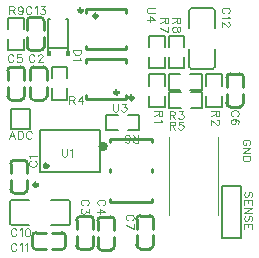
<source format=gto>
G04 Layer: TopSilkscreenLayer*
G04 EasyEDA Pro v1.9.26, 2022-12-23 16:49:17*
G04 Gerber Generator version 0.3*
G04 Scale: 100 percent, Rotated: No, Reflected: No*
G04 Dimensions in millimeters*
G04 Leading zeros omitted, absolute positions, 3 integers and 3 decimals*
%FSLAX33Y33*%
%MOMM*%
%ADD10C,0.1*%
%ADD11C,0.125001*%
%ADD12C,0.254*%
%ADD13C,0.1524*%
%ADD14C,0.0254*%
%ADD15C,0.299999*%
%ADD16C,0.4044*%
%ADD17C,0.399999*%
G75*


G04 Text Start*
G04 //text: GND*
G54D10*
G01X22233Y-11313D02*
G01X22294Y-11283D01*
G01X22357Y-11219D01*
G01X22388Y-11158D01*
G01Y-11034D01*
G01X22357Y-10970D01*
G01X22294Y-10907D01*
G01X22233Y-10876D01*
G01X22139Y-10846D01*
G01X21981D01*
G01X21887Y-10876D01*
G01X21826Y-10907D01*
G01X21763Y-10970D01*
G01X21732Y-11034D01*
G01Y-11158D01*
G01X21763Y-11219D01*
G01X21826Y-11283D01*
G01X21887Y-11313D01*
G01X21981D01*
G01X21981Y-11158D02*
G01X21981Y-11313D01*
G01X22388Y-11565D02*
G01X21732Y-11565D01*
G01X22388Y-11565D02*
G01X21732Y-12001D01*
G01X22388Y-12001D02*
G01X21732Y-12001D01*
G01X22388Y-12250D02*
G01X21732Y-12250D01*
G01X22388Y-12250D02*
G01X22388Y-12469D01*
G01X22357Y-12563D01*
G01X22294Y-12626D01*
G01X22233Y-12657D01*
G01X22139Y-12690D01*
G01X21981D01*
G01X21887Y-12657D01*
G01X21826Y-12626D01*
G01X21763Y-12563D01*
G01X21732Y-12469D01*
G01Y-12250D01*
G04 //text: SENSE*
G01X22421Y-15728D02*
G01X22484Y-15664D01*
G01X22515Y-15570D01*
G01Y-15446D01*
G01X22484Y-15352D01*
G01X22421Y-15291D01*
G01X22360D01*
G01X22296Y-15321D01*
G01X22266Y-15352D01*
G01X22233Y-15415D01*
G01X22172Y-15603D01*
G01X22141Y-15664D01*
G01X22108Y-15697D01*
G01X22047Y-15728D01*
G01X21953D01*
G01X21890Y-15664D01*
G01X21859Y-15570D01*
G01Y-15446D01*
G01X21890Y-15352D01*
G01X21953Y-15291D01*
G01X22515Y-15977D02*
G01X21859Y-15977D01*
G01X22515Y-15977D02*
G01X22515Y-16383D01*
G01X22202Y-15977D02*
G01X22202Y-16228D01*
G01X21859Y-15977D02*
G01X21859Y-16383D01*
G01X22515Y-16634D02*
G01X21859Y-16634D01*
G01X22515Y-16634D02*
G01X21859Y-17071D01*
G01X22515Y-17071D02*
G01X21859Y-17071D01*
G01X22421Y-17760D02*
G01X22484Y-17696D01*
G01X22515Y-17602D01*
G01Y-17478D01*
G01X22484Y-17384D01*
G01X22421Y-17320D01*
G01X22360D01*
G01X22296Y-17353D01*
G01X22266Y-17384D01*
G01X22233Y-17447D01*
G01X22172Y-17633D01*
G01X22141Y-17696D01*
G01X22108Y-17727D01*
G01X22047Y-17760D01*
G01X21953D01*
G01X21890Y-17696D01*
G01X21859Y-17602D01*
G01Y-17478D01*
G01X21890Y-17384D01*
G01X21953Y-17320D01*
G01X22515Y-18009D02*
G01X21859Y-18009D01*
G01X22515Y-18009D02*
G01X22515Y-18415D01*
G01X22202Y-18009D02*
G01X22202Y-18258D01*
G01X21859Y-18009D02*
G01X21859Y-18415D01*
G04 //text: ADC*
G01X2205Y-10124D02*
G01X1956Y-10780D01*
G01X2205Y-10124D02*
G01X2456Y-10780D01*
G01X2050Y-10561D02*
G01X2362Y-10561D01*
G01X2705Y-10124D02*
G01X2705Y-10780D01*
G01X2705Y-10124D02*
G01X2924Y-10124D01*
G01X3018Y-10155D01*
G01X3081Y-10218D01*
G01X3112Y-10279D01*
G01X3142Y-10373D01*
G01Y-10531D01*
G01X3112Y-10625D01*
G01X3081Y-10686D01*
G01X3018Y-10749D01*
G01X2924Y-10780D01*
G01X2705D01*
G01X3861Y-10279D02*
G01X3830Y-10218D01*
G01X3767Y-10155D01*
G01X3706Y-10124D01*
G01X3579D01*
G01X3518Y-10155D01*
G01X3454Y-10218D01*
G01X3424Y-10279D01*
G01X3393Y-10373D01*
G01Y-10531D01*
G01X3424Y-10625D01*
G01X3454Y-10686D01*
G01X3518Y-10749D01*
G01X3579Y-10780D01*
G01X3706D01*
G01X3767Y-10749D01*
G01X3830Y-10686D01*
G01X3861Y-10625D01*
G04 //text: C11*
G54D11*
G01X2570Y-19782D02*
G01X2537Y-19718D01*
G01X2474Y-19655D01*
G01X2410Y-19624D01*
G01X2286D01*
G01X2223Y-19655D01*
G01X2159Y-19718D01*
G01X2126Y-19782D01*
G01X2096Y-19878D01*
G01Y-20036D01*
G01X2126Y-20132D01*
G01X2159Y-20196D01*
G01X2223Y-20256D01*
G01X2286Y-20290D01*
G01X2410D01*
G01X2474Y-20256D01*
G01X2537Y-20196D01*
G01X2570Y-20132D01*
G01X2847Y-19751D02*
G01X2911Y-19718D01*
G01X3007Y-19624D01*
G01Y-20290D01*
G01X3284Y-19751D02*
G01X3348Y-19718D01*
G01X3442Y-19624D01*
G01Y-20290D01*
G04 //text: U1*
G01X6414Y-11623D02*
G01X6414Y-12098D01*
G01X6444Y-12195D01*
G01X6507Y-12255D01*
G01X6604Y-12289D01*
G01X6668D01*
G01X6761Y-12255D01*
G01X6825Y-12195D01*
G01X6855Y-12098D01*
G01Y-11623D01*
G01X7135Y-11750D02*
G01X7198Y-11717D01*
G01X7292Y-11623D01*
G01Y-12289D01*
G04 //text: C1*
G01X3780Y-12670D02*
G01X3716Y-12703D01*
G01X3653Y-12766D01*
G01X3622Y-12830D01*
G01Y-12954D01*
G01X3653Y-13017D01*
G01X3716Y-13081D01*
G01X3780Y-13114D01*
G01X3876Y-13144D01*
G01X4034D01*
G01X4130Y-13114D01*
G01X4194Y-13081D01*
G01X4255Y-13017D01*
G01X4288Y-12954D01*
G01Y-12830D01*
G01X4255Y-12766D01*
G01X4194Y-12703D01*
G01X4130Y-12670D01*
G01X3749Y-12393D02*
G01X3716Y-12329D01*
G01X3622Y-12233D01*
G01X4288D01*
G04 //text: C4*
G01X9936Y-16413D02*
G01X10000Y-16380D01*
G01X10063Y-16317D01*
G01X10094Y-16253D01*
G01Y-16129D01*
G01X10063Y-16065D01*
G01X10000Y-16002D01*
G01X9936Y-15969D01*
G01X9840Y-15938D01*
G01X9682D01*
G01X9586Y-15969D01*
G01X9522Y-16002D01*
G01X9462Y-16065D01*
G01X9428Y-16129D01*
G01Y-16253D01*
G01X9462Y-16317D01*
G01X9522Y-16380D01*
G01X9586Y-16413D01*
G01X10094Y-17008D02*
G01X9649Y-16690D01*
G01Y-17165D01*
G01X10094Y-17008D02*
G01X9428Y-17008D01*
G04 //text: C7*
G01X12349Y-17683D02*
G01X12413Y-17650D01*
G01X12476Y-17587D01*
G01X12507Y-17523D01*
G01Y-17399D01*
G01X12476Y-17335D01*
G01X12413Y-17272D01*
G01X12349Y-17239D01*
G01X12253Y-17208D01*
G01X12095D01*
G01X11999Y-17239D01*
G01X11935Y-17272D01*
G01X11875Y-17335D01*
G01X11841Y-17399D01*
G01Y-17523D01*
G01X11875Y-17587D01*
G01X11935Y-17650D01*
G01X11999Y-17683D01*
G01X12507Y-18405D02*
G01X11841Y-18087D01*
G01X12507Y-17960D02*
G01X12507Y-18405D01*
G04 //text: R6*
G01X12891Y-11110D02*
G01X12891Y-10444D01*
G01X12891Y-11110D02*
G01X12606Y-11110D01*
G01X12512Y-11079D01*
G01X12479Y-11046D01*
G01X12449Y-10983D01*
G01Y-10919D01*
G01X12479Y-10856D01*
G01X12512Y-10825D01*
G01X12606Y-10792D01*
G01X12891D01*
G01X12670Y-10792D02*
G01X12449Y-10444D01*
G01X11791Y-11016D02*
G01X11821Y-11079D01*
G01X11918Y-11110D01*
G01X11979D01*
G01X12075Y-11079D01*
G01X12139Y-10983D01*
G01X12169Y-10825D01*
G01Y-10665D01*
G01X12139Y-10538D01*
G01X12075Y-10477D01*
G01X11979Y-10444D01*
G01X11948D01*
G01X11854Y-10477D01*
G01X11791Y-10538D01*
G01X11758Y-10635D01*
G01Y-10665D01*
G01X11791Y-10762D01*
G01X11854Y-10825D01*
G01X11948Y-10856D01*
G01X11979D01*
G01X12075Y-10825D01*
G01X12139Y-10762D01*
G01X12169Y-10665D01*
G04 //text: C2*
G01X4094Y-3780D02*
G01X4061Y-3716D01*
G01X3998Y-3653D01*
G01X3934Y-3622D01*
G01X3810D01*
G01X3747Y-3653D01*
G01X3683Y-3716D01*
G01X3650Y-3780D01*
G01X3620Y-3876D01*
G01Y-4034D01*
G01X3650Y-4130D01*
G01X3683Y-4194D01*
G01X3747Y-4254D01*
G01X3810Y-4288D01*
G01X3934D01*
G01X3998Y-4254D01*
G01X4061Y-4194D01*
G01X4094Y-4130D01*
G01X4404Y-3780D02*
G01X4404Y-3749D01*
G01X4435Y-3686D01*
G01X4468Y-3653D01*
G01X4531Y-3622D01*
G01X4656D01*
G01X4719Y-3653D01*
G01X4752Y-3686D01*
G01X4783Y-3749D01*
G01Y-3813D01*
G01X4752Y-3876D01*
G01X4689Y-3970D01*
G01X4371Y-4288D01*
G01X4816D01*
G04 //text: R4*
G01X7049Y-7178D02*
G01X7049Y-7844D01*
G01X7049Y-7178D02*
G01X7333Y-7178D01*
G01X7427Y-7209D01*
G01X7460Y-7242D01*
G01X7490Y-7305D01*
G01Y-7369D01*
G01X7460Y-7432D01*
G01X7427Y-7463D01*
G01X7333Y-7496D01*
G01X7049D01*
G01X7269Y-7496D02*
G01X7490Y-7844D01*
G01X8085Y-7178D02*
G01X7770Y-7623D01*
G01X8245D01*
G01X8085Y-7178D02*
G01X8085Y-7844D01*
G04 //text: R2*
G01X19746Y-8445D02*
G01X19080Y-8445D01*
G01X19746Y-8445D02*
G01X19746Y-8730D01*
G01X19715Y-8824D01*
G01X19682Y-8857D01*
G01X19619Y-8887D01*
G01X19555D01*
G01X19492Y-8857D01*
G01X19461Y-8824D01*
G01X19428Y-8730D01*
G01Y-8445D01*
G01X19428Y-8666D02*
G01X19080Y-8887D01*
G01X19588Y-9197D02*
G01X19619Y-9197D01*
G01X19682Y-9230D01*
G01X19715Y-9261D01*
G01X19746Y-9324D01*
G01Y-9451D01*
G01X19715Y-9515D01*
G01X19682Y-9545D01*
G01X19619Y-9578D01*
G01X19555D01*
G01X19492Y-9545D01*
G01X19398Y-9482D01*
G01X19080Y-9167D01*
G01Y-9609D01*
G04 //text: D1*
G01X8062Y-3238D02*
G01X7396Y-3238D01*
G01X8062Y-3238D02*
G01X8062Y-3459D01*
G01X8031Y-3553D01*
G01X7968Y-3617D01*
G01X7904Y-3650D01*
G01X7808Y-3680D01*
G01X7650D01*
G01X7554Y-3650D01*
G01X7490Y-3617D01*
G01X7430Y-3553D01*
G01X7396Y-3459D01*
G01Y-3238D01*
G01X7935Y-3960D02*
G01X7968Y-4023D01*
G01X8062Y-4117D01*
G01X7396D01*
G04 //text: R9*
G01X1969Y442D02*
G01X1969Y-224D01*
G01X1969Y442D02*
G01X2253Y442D01*
G01X2347Y411D01*
G01X2380Y378D01*
G01X2410Y315D01*
G01Y251D01*
G01X2380Y188D01*
G01X2347Y157D01*
G01X2253Y124D01*
G01X1969D01*
G01X2189Y124D02*
G01X2410Y-224D01*
G01X3101Y221D02*
G01X3068Y124D01*
G01X3005Y61D01*
G01X2911Y30D01*
G01X2880D01*
G01X2784Y61D01*
G01X2720Y124D01*
G01X2690Y221D01*
G01Y251D01*
G01X2720Y348D01*
G01X2784Y411D01*
G01X2880Y442D01*
G01X2911D01*
G01X3005Y411D01*
G01X3068Y348D01*
G01X3101Y221D01*
G01Y61D01*
G01X3068Y-97D01*
G01X3005Y-190D01*
G01X2911Y-224D01*
G01X2847D01*
G01X2753Y-190D01*
G01X2720Y-130D01*
G04 //text: C3*
G01X8539Y-16413D02*
G01X8603Y-16380D01*
G01X8666Y-16317D01*
G01X8697Y-16253D01*
G01Y-16129D01*
G01X8666Y-16065D01*
G01X8603Y-16002D01*
G01X8539Y-15969D01*
G01X8443Y-15938D01*
G01X8285D01*
G01X8189Y-15969D01*
G01X8125Y-16002D01*
G01X8065Y-16065D01*
G01X8031Y-16129D01*
G01Y-16253D01*
G01X8065Y-16317D01*
G01X8125Y-16380D01*
G01X8189Y-16413D01*
G01X8697Y-16754D02*
G01X8697Y-17102D01*
G01X8443Y-16911D01*
G01Y-17008D01*
G01X8412Y-17071D01*
G01X8379Y-17102D01*
G01X8285Y-17135D01*
G01X8222D01*
G01X8125Y-17102D01*
G01X8065Y-17038D01*
G01X8031Y-16944D01*
G01Y-16850D01*
G01X8065Y-16754D01*
G01X8095Y-16723D01*
G01X8158Y-16690D01*
G04 //text: C12*
G01X20477Y-157D02*
G01X20541Y-124D01*
G01X20604Y-61D01*
G01X20635Y3D01*
G01Y127D01*
G01X20604Y191D01*
G01X20541Y254D01*
G01X20477Y287D01*
G01X20381Y318D01*
G01X20223D01*
G01X20127Y287D01*
G01X20063Y254D01*
G01X20003Y191D01*
G01X19969Y127D01*
G01Y3D01*
G01X20003Y-61D01*
G01X20063Y-124D01*
G01X20127Y-157D01*
G01X20508Y-434D02*
G01X20541Y-498D01*
G01X20635Y-594D01*
G01X19969D01*
G01X20477Y-902D02*
G01X20508Y-902D01*
G01X20571Y-935D01*
G01X20604Y-965D01*
G01X20635Y-1029D01*
G01Y-1156D01*
G01X20604Y-1219D01*
G01X20571Y-1252D01*
G01X20508Y-1283D01*
G01X20444D01*
G01X20381Y-1252D01*
G01X20287Y-1189D01*
G01X19969Y-871D01*
G01Y-1313D01*
G04 //text: C10*
G01X2570Y-18512D02*
G01X2537Y-18448D01*
G01X2474Y-18385D01*
G01X2410Y-18354D01*
G01X2286D01*
G01X2223Y-18385D01*
G01X2159Y-18448D01*
G01X2126Y-18512D01*
G01X2096Y-18608D01*
G01Y-18766D01*
G01X2126Y-18862D01*
G01X2159Y-18926D01*
G01X2223Y-18986D01*
G01X2286Y-19020D01*
G01X2410D01*
G01X2474Y-18986D01*
G01X2537Y-18926D01*
G01X2570Y-18862D01*
G01X2847Y-18481D02*
G01X2911Y-18448D01*
G01X3007Y-18354D01*
G01Y-19020D01*
G01X3475Y-18354D02*
G01X3378Y-18385D01*
G01X3315Y-18481D01*
G01X3284Y-18639D01*
G01Y-18735D01*
G01X3315Y-18893D01*
G01X3378Y-18986D01*
G01X3475Y-19020D01*
G01X3538D01*
G01X3632Y-18986D01*
G01X3696Y-18893D01*
G01X3726Y-18735D01*
G01Y-18639D01*
G01X3696Y-18481D01*
G01X3632Y-18385D01*
G01X3538Y-18354D01*
G01X3475D01*
G04 //text: R1*
G01X14920Y-8445D02*
G01X14254Y-8445D01*
G01X14920Y-8445D02*
G01X14920Y-8730D01*
G01X14889Y-8824D01*
G01X14856Y-8857D01*
G01X14793Y-8887D01*
G01X14729D01*
G01X14666Y-8857D01*
G01X14635Y-8824D01*
G01X14602Y-8730D01*
G01Y-8445D01*
G01X14602Y-8666D02*
G01X14254Y-8887D01*
G01X14793Y-9167D02*
G01X14826Y-9230D01*
G01X14920Y-9324D01*
G01X14254D01*
G04 //text: R5*
G01X15558Y-9337D02*
G01X15558Y-10003D01*
G01X15558Y-9337D02*
G01X15842Y-9337D01*
G01X15936Y-9368D01*
G01X15969Y-9401D01*
G01X15999Y-9464D01*
G01Y-9528D01*
G01X15969Y-9591D01*
G01X15936Y-9622D01*
G01X15842Y-9655D01*
G01X15558D01*
G01X15778Y-9655D02*
G01X15999Y-10003D01*
G01X16657Y-9337D02*
G01X16342Y-9337D01*
G01X16309Y-9622D01*
G01X16342Y-9591D01*
G01X16436Y-9558D01*
G01X16530D01*
G01X16627Y-9591D01*
G01X16690Y-9655D01*
G01X16721Y-9749D01*
G01Y-9812D01*
G01X16690Y-9909D01*
G01X16627Y-9969D01*
G01X16530Y-10003D01*
G01X16436D01*
G01X16342Y-9969D01*
G01X16309Y-9939D01*
G01X16279Y-9876D01*
G04 //text: U4*
G01X14285Y318D02*
G01X13810Y318D01*
G01X13713Y287D01*
G01X13653Y224D01*
G01X13619Y127D01*
G01Y64D01*
G01X13653Y-30D01*
G01X13713Y-94D01*
G01X13810Y-124D01*
G01X14285D01*
G01X14285Y-719D02*
G01X13840Y-404D01*
G01Y-879D01*
G01X14285Y-719D02*
G01X13619Y-719D01*
G04 //text: U3*
G01X10732Y-7813D02*
G01X10732Y-8288D01*
G01X10762Y-8385D01*
G01X10825Y-8445D01*
G01X10922Y-8479D01*
G01X10986D01*
G01X11079Y-8445D01*
G01X11143Y-8385D01*
G01X11173Y-8288D01*
G01Y-7813D01*
G01X11516Y-7813D02*
G01X11864Y-7813D01*
G01X11674Y-8067D01*
G01X11768D01*
G01X11831Y-8098D01*
G01X11864Y-8131D01*
G01X11895Y-8225D01*
G01Y-8288D01*
G01X11864Y-8385D01*
G01X11801Y-8445D01*
G01X11704Y-8479D01*
G01X11610D01*
G01X11516Y-8445D01*
G01X11483Y-8415D01*
G01X11453Y-8352D01*
G04 //text: C13*
G01X3840Y284D02*
G01X3807Y348D01*
G01X3744Y411D01*
G01X3680Y442D01*
G01X3556D01*
G01X3493Y411D01*
G01X3429Y348D01*
G01X3396Y284D01*
G01X3366Y188D01*
G01Y30D01*
G01X3396Y-66D01*
G01X3429Y-130D01*
G01X3493Y-190D01*
G01X3556Y-224D01*
G01X3680D01*
G01X3744Y-190D01*
G01X3807Y-130D01*
G01X3840Y-66D01*
G01X4117Y315D02*
G01X4181Y348D01*
G01X4277Y442D01*
G01Y-224D01*
G01X4618Y442D02*
G01X4966Y442D01*
G01X4775Y188D01*
G01X4872D01*
G01X4935Y157D01*
G01X4966Y124D01*
G01X4996Y30D01*
G01Y-33D01*
G01X4966Y-130D01*
G01X4902Y-190D01*
G01X4808Y-224D01*
G01X4712D01*
G01X4618Y-190D01*
G01X4585Y-160D01*
G01X4554Y-97D01*
G04 //text: R3*
G01X15558Y-8448D02*
G01X15558Y-9114D01*
G01X15558Y-8448D02*
G01X15842Y-8448D01*
G01X15936Y-8479D01*
G01X15969Y-8512D01*
G01X15999Y-8575D01*
G01Y-8639D01*
G01X15969Y-8702D01*
G01X15936Y-8733D01*
G01X15842Y-8766D01*
G01X15558D01*
G01X15778Y-8766D02*
G01X15999Y-9114D01*
G01X16342Y-8448D02*
G01X16690Y-8448D01*
G01X16500Y-8702D01*
G01X16594D01*
G01X16657Y-8733D01*
G01X16690Y-8766D01*
G01X16721Y-8860D01*
G01Y-8923D01*
G01X16690Y-9020D01*
G01X16627Y-9080D01*
G01X16530Y-9114D01*
G01X16436D01*
G01X16342Y-9080D01*
G01X16309Y-9050D01*
G01X16279Y-8987D01*
G04 //text: C6*
G01X21239Y-8855D02*
G01X21303Y-8822D01*
G01X21366Y-8759D01*
G01X21397Y-8695D01*
G01Y-8571D01*
G01X21366Y-8507D01*
G01X21303Y-8444D01*
G01X21239Y-8411D01*
G01X21143Y-8380D01*
G01X20985D01*
G01X20889Y-8411D01*
G01X20825Y-8444D01*
G01X20765Y-8507D01*
G01X20731Y-8571D01*
G01Y-8695D01*
G01X20765Y-8759D01*
G01X20825Y-8822D01*
G01X20889Y-8855D01*
G01X21303Y-9513D02*
G01X21366Y-9480D01*
G01X21397Y-9386D01*
G01Y-9323D01*
G01X21366Y-9229D01*
G01X21270Y-9165D01*
G01X21112Y-9132D01*
G01X20952D01*
G01X20825Y-9165D01*
G01X20765Y-9229D01*
G01X20731Y-9323D01*
G01Y-9353D01*
G01X20765Y-9450D01*
G01X20825Y-9513D01*
G01X20922Y-9544D01*
G01X20952D01*
G01X21049Y-9513D01*
G01X21112Y-9450D01*
G01X21143Y-9353D01*
G01Y-9323D01*
G01X21112Y-9229D01*
G01X21049Y-9165D01*
G01X20952Y-9132D01*
G04 //text: R8*
G01X16444Y-571D02*
G01X15778Y-571D01*
G01X16444Y-571D02*
G01X16444Y-856D01*
G01X16413Y-950D01*
G01X16380Y-983D01*
G01X16317Y-1013D01*
G01X16253D01*
G01X16190Y-983D01*
G01X16159Y-950D01*
G01X16126Y-856D01*
G01Y-571D01*
G01X16126Y-792D02*
G01X15778Y-1013D01*
G01X16444Y-1450D02*
G01X16413Y-1356D01*
G01X16350Y-1323D01*
G01X16286D01*
G01X16223Y-1356D01*
G01X16190Y-1420D01*
G01X16159Y-1544D01*
G01X16126Y-1641D01*
G01X16063Y-1704D01*
G01X15999Y-1735D01*
G01X15905D01*
G01X15842Y-1704D01*
G01X15812Y-1671D01*
G01X15778Y-1577D01*
G01Y-1450D01*
G01X15812Y-1356D01*
G01X15842Y-1323D01*
G01X15905Y-1293D01*
G01X15999D01*
G01X16063Y-1323D01*
G01X16126Y-1387D01*
G01X16159Y-1483D01*
G01X16190Y-1608D01*
G01X16223Y-1671D01*
G01X16286Y-1704D01*
G01X16350D01*
G01X16413Y-1671D01*
G01X16444Y-1577D01*
G01Y-1450D01*
G04 //text: R7*
G01X15428Y-571D02*
G01X14762Y-571D01*
G01X15428Y-571D02*
G01X15428Y-856D01*
G01X15397Y-950D01*
G01X15364Y-983D01*
G01X15301Y-1013D01*
G01X15237D01*
G01X15174Y-983D01*
G01X15143Y-950D01*
G01X15110Y-856D01*
G01Y-571D01*
G01X15110Y-792D02*
G01X14762Y-1013D01*
G01X15428Y-1735D02*
G01X14762Y-1420D01*
G01X15428Y-1293D02*
G01X15428Y-1735D01*
G04 //text: C5*
G01X2316Y-3780D02*
G01X2283Y-3716D01*
G01X2220Y-3653D01*
G01X2156Y-3622D01*
G01X2032D01*
G01X1969Y-3653D01*
G01X1905Y-3716D01*
G01X1872Y-3780D01*
G01X1842Y-3876D01*
G01Y-4034D01*
G01X1872Y-4130D01*
G01X1905Y-4194D01*
G01X1969Y-4254D01*
G01X2032Y-4288D01*
G01X2156D01*
G01X2220Y-4254D01*
G01X2283Y-4194D01*
G01X2316Y-4130D01*
G01X2974Y-3622D02*
G01X2657Y-3622D01*
G01X2626Y-3907D01*
G01X2657Y-3876D01*
G01X2753Y-3843D01*
G01X2847D01*
G01X2941Y-3876D01*
G01X3005Y-3940D01*
G01X3038Y-4034D01*
G01Y-4097D01*
G01X3005Y-4194D01*
G01X2941Y-4254D01*
G01X2847Y-4288D01*
G01X2753D01*
G01X2657Y-4254D01*
G01X2626Y-4224D01*
G01X2593Y-4161D01*
G04 Text End*

G04 PolygonModel Start*
G54D12*
G01X6724Y-19031D02*
G01X6724Y-19831D01*
G01X5614Y-18721D02*
G01X6414Y-18721D01*
G01X5614Y-20141D02*
G01X6414Y-20141D01*
G01X5038Y-18716D02*
G01X4238Y-18716D01*
G01X3929Y-19025D02*
G01X3929Y-19825D01*
G01X5038Y-20135D02*
G01X4238Y-20135D01*
G01X3928Y-19025D02*
G02X4238Y-18716I310J0D01*
G01X4238Y-20135D02*
G02X3928Y-19825I-0J310D01*
G01X6414Y-18721D02*
G02X6724Y-19031I0J-310D01*
G01X6724Y-19831D02*
G02X6414Y-20141I-310J0D01*
G54D13*
G01X4536Y-13582D02*
G01X4536Y-10039D01*
G01X4536Y-10039D02*
G01X9688Y-10039D01*
G01X9688Y-10039D02*
G01X9688Y-13582D01*
G01X9688Y-13582D02*
G01X4536Y-13582D01*
G54D12*
G01X2394Y-12580D02*
G01X3194Y-12580D01*
G01X2084Y-13690D02*
G01X2084Y-12890D01*
G01X3504Y-13690D02*
G01X3504Y-12890D01*
G01X2079Y-14266D02*
G01X2079Y-15066D01*
G01X2388Y-15375D02*
G01X3188Y-15375D01*
G01X3498Y-14266D02*
G01X3498Y-15066D01*
G01X2388Y-15376D02*
G02X2079Y-15066I0J310D01*
G01X3498Y-15066D02*
G02X3188Y-15376I-310J-0D01*
G01X2084Y-12890D02*
G02X2394Y-12580I310J0D01*
G01X3194Y-12580D02*
G02X3504Y-12890I0J-310D01*
G01X10560Y-20186D02*
G01X9760Y-20186D01*
G01X10870Y-19076D02*
G01X10870Y-19876D01*
G01X9450Y-19076D02*
G01X9450Y-19876D01*
G01X10875Y-18500D02*
G01X10875Y-17700D01*
G01X10566Y-17391D02*
G01X9766Y-17391D01*
G01X9456Y-18500D02*
G01X9456Y-17700D01*
G01X10566Y-17390D02*
G02X10875Y-17700I0J-310D01*
G01X9456Y-17700D02*
G02X9766Y-17390I310J0D01*
G01X10870Y-19876D02*
G02X10560Y-20186I-310J-0D01*
G01X9760Y-20186D02*
G02X9450Y-19876I0J310D01*
G01X13062Y-17279D02*
G01X13862Y-17279D01*
G01X12752Y-18389D02*
G01X12752Y-17589D01*
G01X14172Y-18389D02*
G01X14172Y-17589D01*
G01X12747Y-18965D02*
G01X12747Y-19765D01*
G01X13056Y-20074D02*
G01X13856Y-20074D01*
G01X14166Y-18965D02*
G01X14166Y-19765D01*
G01X13056Y-20075D02*
G02X12747Y-19765I0J310D01*
G01X14166Y-19765D02*
G02X13856Y-20075I-310J-0D01*
G01X12752Y-17589D02*
G02X13062Y-17279I310J0D01*
G01X13862Y-17279D02*
G02X14172Y-17589I0J-310D01*
G54D13*
G01X11131Y-8737D02*
G01X10172Y-8737D01*
G01X10172Y-8737D02*
G01X10172Y-10059D01*
G01X10172Y-10059D02*
G01X11131Y-10059D01*
G01X11983Y-8737D02*
G01X12942Y-8737D01*
G01X12942Y-8737D02*
G01X12942Y-10059D01*
G01X12942Y-10059D02*
G01X11983Y-10059D01*
G54D12*
G01X10490Y-11075D02*
G01X10490Y-10813D01*
G01X10490Y-10813D02*
G01X10744Y-10813D01*
G01X10490Y-13615D02*
G01X10490Y-13309D01*
G01X14046Y-15863D02*
G01X14046Y-16147D01*
G01X14046Y-16147D02*
G01X10490Y-16147D01*
G01X10490Y-16147D02*
G01X10490Y-15849D01*
G01X14046Y-13323D02*
G01X14046Y-13601D01*
G01X10744Y-10813D02*
G01X14046Y-10813D01*
G01X14046Y-10813D02*
G01X14046Y-11061D01*
G01X4845Y-7486D02*
G01X4045Y-7486D01*
G01X5155Y-6376D02*
G01X5155Y-7176D01*
G01X3735Y-6376D02*
G01X3735Y-7176D01*
G01X5160Y-5800D02*
G01X5160Y-5000D01*
G01X4851Y-4691D02*
G01X4051Y-4691D01*
G01X3741Y-5800D02*
G01X3741Y-5000D01*
G01X4851Y-4690D02*
G02X5160Y-5000I0J-310D01*
G01X3741Y-5000D02*
G02X4051Y-4690I310J0D01*
G01X5155Y-7176D02*
G02X4845Y-7486I-310J-0D01*
G01X4045Y-7486D02*
G02X3735Y-7176I0J310D01*
G54D13*
G01X6884Y-5670D02*
G01X6884Y-4711D01*
G01X6884Y-4711D02*
G01X5562Y-4711D01*
G01X5562Y-4711D02*
G01X5562Y-5670D01*
G01X6884Y-6522D02*
G01X6884Y-7481D01*
G01X6884Y-7481D02*
G01X5562Y-7481D01*
G01X5562Y-7481D02*
G01X5562Y-6522D01*
G01X19965Y-6296D02*
G01X19965Y-5337D01*
G01X19965Y-5337D02*
G01X18643Y-5337D01*
G01X18643Y-5337D02*
G01X18643Y-6296D01*
G01X19965Y-7149D02*
G01X19965Y-8107D01*
G01X19965Y-8107D02*
G01X18643Y-8107D01*
G01X18643Y-8107D02*
G01X18643Y-7149D01*
G01X5230Y-3438D02*
G01X5230Y-626D01*
G01X5230Y-626D02*
G01X5398Y-626D01*
G01X6962Y-3438D02*
G01X6962Y-626D01*
G01X6962Y-626D02*
G01X6794Y-626D01*
G01X5230Y-3081D02*
G01X6962Y-3081D01*
G36*
G01X5154Y-3362D02*
G01X5449Y-3362D01*
G01Y-3667D01*
G01X5154D01*
G01Y-3362D01*
G37*
G54D14*
G01X5154Y-3362D02*
G01X5449Y-3362D01*
G01Y-3667D01*
G01X5154D01*
G01Y-3362D01*
G36*
G01X7038Y-3362D02*
G01X6743Y-3362D01*
G01Y-3667D01*
G01X7038D01*
G01Y-3362D01*
G37*
G01X7038Y-3362D02*
G01X6743Y-3362D01*
G01Y-3667D01*
G01X7038D01*
G01Y-3362D01*
G54D13*
G01X1879Y-2331D02*
G01X1879Y-3290D01*
G01X1879Y-3290D02*
G01X3201Y-3290D01*
G01X3201Y-3290D02*
G01X3201Y-2331D01*
G01X1879Y-1479D02*
G01X1879Y-520D01*
G01X1879Y-520D02*
G01X3201Y-520D01*
G01X3201Y-520D02*
G01X3201Y-1479D01*
G54D12*
G01X7982Y-17341D02*
G01X8782Y-17341D01*
G01X7672Y-18451D02*
G01X7672Y-17651D01*
G01X9092Y-18451D02*
G01X9092Y-17651D01*
G01X7667Y-19027D02*
G01X7667Y-19827D01*
G01X7976Y-20136D02*
G01X8776Y-20136D01*
G01X9086Y-19027D02*
G01X9086Y-19827D01*
G01X7976Y-20136D02*
G02X7667Y-19827I0J310D01*
G01X9086Y-19827D02*
G02X8776Y-20136I-310J-0D01*
G01X7672Y-17651D02*
G02X7982Y-17341I310J0D01*
G01X8782Y-17341D02*
G02X9092Y-17651I0J-310D01*
G54D13*
G01X19381Y-4697D02*
G01X19381Y-3212D01*
G01X17195Y-3212D02*
G01X17195Y-4697D01*
G01X17348Y-4850D02*
G01X19228Y-4850D01*
G01X19381Y125D02*
G01X19381Y-1360D01*
G01X17195Y-1360D02*
G01X17195Y125D01*
G01X17348Y278D02*
G01X19228Y278D01*
G01X17195Y-4697D02*
G03X17348Y-4850I152J0D01*
G01X19228Y-4850D02*
G03X19381Y-4697I0J152D01*
G01X17195Y125D02*
G02X17348Y278I152J0D01*
G01X19228Y278D02*
G02X19381Y125I0J-152D01*
G01X6983Y-15925D02*
G01X5498Y-15925D01*
G01X5498Y-18111D02*
G01X6983Y-18111D01*
G01X7136Y-17958D02*
G01X7136Y-16078D01*
G01X2161Y-15925D02*
G01X3646Y-15925D01*
G01X3646Y-18111D02*
G01X2161Y-18111D01*
G01X2008Y-17958D02*
G01X2008Y-16078D01*
G01X6983Y-18111D02*
G03X7136Y-17958I0J152D01*
G01X7136Y-16078D02*
G03X6983Y-15925I-152J0D01*
G01X2161Y-18111D02*
G02X2008Y-17958I0J152D01*
G01X2008Y-16078D02*
G02X2161Y-15925I152J0D01*
G54D10*
G01X19653Y-10651D02*
G01X19653Y-17251D01*
G01X15453Y-10651D02*
G01X15453Y-17251D01*
G54D13*
G01X13817Y-7149D02*
G01X13817Y-8107D01*
G01X13817Y-8107D02*
G01X15139Y-8107D01*
G01X15139Y-8107D02*
G01X15139Y-7149D01*
G01X13817Y-6296D02*
G01X13817Y-5337D01*
G01X13817Y-5337D02*
G01X15139Y-5337D01*
G01X15139Y-5337D02*
G01X15139Y-6296D01*
G01X17326Y-8154D02*
G01X18285Y-8154D01*
G01X18285Y-8154D02*
G01X18285Y-6832D01*
G01X18285Y-6832D02*
G01X17326Y-6832D01*
G01X16473Y-8154D02*
G01X15515Y-8154D01*
G01X15515Y-8154D02*
G01X15515Y-6832D01*
G01X15515Y-6832D02*
G01X16473Y-6832D01*
G54D12*
G01X11890Y-136D02*
G01X11890Y173D01*
G01X11890Y173D02*
G01X11870Y193D01*
G01X11884Y206D02*
G01X8508Y206D01*
G01X8508Y206D02*
G01X8502Y199D01*
G01X8502Y199D02*
G01X8502Y-136D01*
G01X8502Y-2912D02*
G01X8502Y-3183D01*
G01X8502Y-3183D02*
G01X11890Y-3183D01*
G01X11890Y-3183D02*
G01X11890Y-2912D01*
G01X8430Y-7103D02*
G01X8430Y-7412D01*
G01X8430Y-7412D02*
G01X8450Y-7432D01*
G01X8436Y-7445D02*
G01X11812Y-7445D01*
G01X11812Y-7445D02*
G01X11818Y-7438D01*
G01X11818Y-7438D02*
G01X11818Y-7103D01*
G01X11818Y-4327D02*
G01X11818Y-4056D01*
G01X11818Y-4056D02*
G01X8430Y-4056D01*
G01X8430Y-4056D02*
G01X8430Y-4327D01*
G01X4591Y-3295D02*
G01X3791Y-3295D01*
G01X4901Y-2185D02*
G01X4901Y-2985D01*
G01X3481Y-2185D02*
G01X3481Y-2985D01*
G01X4906Y-1609D02*
G01X4906Y-809D01*
G01X4597Y-500D02*
G01X3797Y-500D01*
G01X3487Y-1609D02*
G01X3487Y-809D01*
G01X4597Y-499D02*
G02X4906Y-809I0J-310D01*
G01X3487Y-809D02*
G02X3797Y-499I310J0D01*
G01X4901Y-2985D02*
G02X4591Y-3295I-310J-0D01*
G01X3791Y-3295D02*
G02X3481Y-2985I0J310D01*
G54D13*
G01X16456Y-5308D02*
G01X15497Y-5308D01*
G01X15497Y-5308D02*
G01X15497Y-6630D01*
G01X15497Y-6630D02*
G01X16456Y-6630D01*
G01X17309Y-5308D02*
G01X18267Y-5308D01*
G01X18267Y-5308D02*
G01X18267Y-6630D01*
G01X18267Y-6630D02*
G01X17309Y-6630D01*
G54D12*
G01X20682Y-5276D02*
G01X21482Y-5276D01*
G01X20372Y-6386D02*
G01X20372Y-5586D01*
G01X21792Y-6386D02*
G01X21792Y-5586D01*
G01X20367Y-6962D02*
G01X20367Y-7762D01*
G01X20676Y-8071D02*
G01X21476Y-8071D01*
G01X21786Y-6962D02*
G01X21786Y-7762D01*
G01X20676Y-8071D02*
G02X20367Y-7762I0J310D01*
G01X21786Y-7762D02*
G02X21476Y-8071I-310J-0D01*
G01X20372Y-5586D02*
G02X20682Y-5276I310J0D01*
G01X21482Y-5276D02*
G02X21792Y-5586I0J-310D01*
G54D13*
G01X15468Y-3864D02*
G01X15468Y-4823D01*
G01X15468Y-4823D02*
G01X16790Y-4823D01*
G01X16790Y-4823D02*
G01X16790Y-3864D01*
G01X15468Y-3011D02*
G01X15468Y-2053D01*
G01X15468Y-2053D02*
G01X16790Y-2053D01*
G01X16790Y-2053D02*
G01X16790Y-3011D01*
G01X15139Y-3011D02*
G01X15139Y-2053D01*
G01X15139Y-2053D02*
G01X13817Y-2053D01*
G01X13817Y-2053D02*
G01X13817Y-3011D01*
G01X15139Y-3864D02*
G01X15139Y-4823D01*
G01X15139Y-4823D02*
G01X13817Y-4823D01*
G01X13817Y-4823D02*
G01X13817Y-3864D01*
G54D12*
G01X2940Y-7489D02*
G01X2140Y-7489D01*
G01X3250Y-6379D02*
G01X3250Y-7179D01*
G01X1830Y-6379D02*
G01X1830Y-7179D01*
G01X3255Y-5803D02*
G01X3255Y-5003D01*
G01X2946Y-4694D02*
G01X2146Y-4694D01*
G01X1836Y-5803D02*
G01X1836Y-5003D01*
G01X2946Y-4694D02*
G02X3255Y-5003I0J-310D01*
G01X1836Y-5003D02*
G02X2146Y-4694I310J0D01*
G01X3250Y-7179D02*
G02X2940Y-7489I-310J-0D01*
G01X2140Y-7489D02*
G02X1830Y-7179I0J310D01*
G04 PolygonModel End*

G04 Rect Start*
G54D13*
G01X19964Y-14783D02*
G01X19964Y-19152D01*
G01X21615D01*
G01Y-14783D01*
G01X19964D01*
G01X2083Y-9944D02*
G01X3734Y-9944D01*
G01Y-8293D01*
G01X2083D01*
G01Y-9944D01*
G04 Rect End*

G04 Circle Start*
G54D15*
G01X4930Y-13081D02*
G03X5230Y-13081I150J0D01*
G03X4930I-150J0D01*
G01X4063Y-14677D02*
G03X4363Y-14677I150J0D01*
G03X4063I-150J0D01*
G54D17*
G01X9706Y-11430D02*
G03X10106Y-11430I200J0D01*
G03X9706I-200J0D01*
G54D15*
G01X9121Y-381D02*
G03X9421Y-381I150J0D01*
G03X9121I-150J0D01*
G01X7864Y85D02*
G03X8164Y85I150J0D01*
G03X7864I-150J0D01*
G01X10899Y-6858D02*
G03X11199Y-6858I150J0D01*
G03X10899I-150J0D01*
G01X12156Y-7324D02*
G03X12456Y-7324I150J0D01*
G03X12156I-150J0D01*
G04 Circle End*

M02*

</source>
